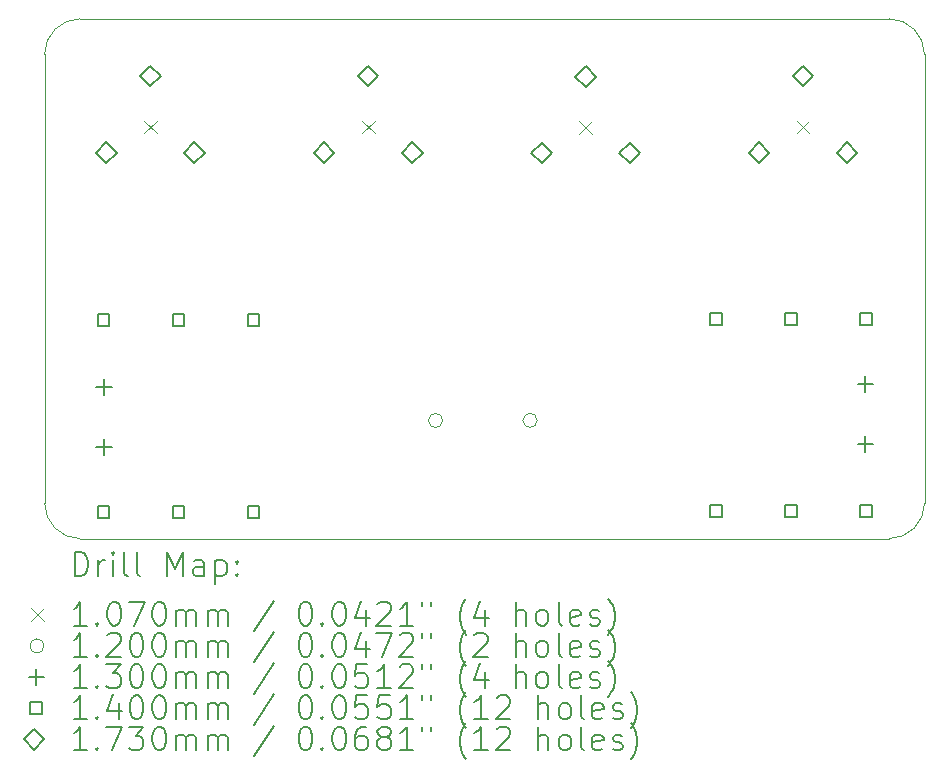
<source format=gbr>
%TF.GenerationSoftware,KiCad,Pcbnew,7.0.7*%
%TF.CreationDate,2024-05-07T13:52:26+01:00*%
%TF.ProjectId,QA403 Impedance Fixture,51413430-3320-4496-9d70-6564616e6365,rev?*%
%TF.SameCoordinates,Original*%
%TF.FileFunction,Drillmap*%
%TF.FilePolarity,Positive*%
%FSLAX45Y45*%
G04 Gerber Fmt 4.5, Leading zero omitted, Abs format (unit mm)*
G04 Created by KiCad (PCBNEW 7.0.7) date 2024-05-07 13:52:26*
%MOMM*%
%LPD*%
G01*
G04 APERTURE LIST*
%ADD10C,0.100000*%
%ADD11C,0.200000*%
%ADD12C,0.107000*%
%ADD13C,0.120000*%
%ADD14C,0.130000*%
%ADD15C,0.140000*%
%ADD16C,0.173000*%
G04 APERTURE END LIST*
D10*
X7850000Y-2500000D02*
G75*
G03*
X7550000Y-2800000I0J-300000D01*
G01*
X15000000Y-2800000D02*
G75*
G03*
X14700000Y-2500000I-300000J0D01*
G01*
X7550000Y-6600000D02*
X7550000Y-2800000D01*
X7850000Y-2500000D02*
X14700000Y-2500000D01*
X15000000Y-2800000D02*
X15000000Y-6600000D01*
X14700000Y-6900000D02*
X7850000Y-6900000D01*
X7550000Y-6600000D02*
G75*
G03*
X7850000Y-6900000I300000J0D01*
G01*
X14700000Y-6900000D02*
G75*
G03*
X15000000Y-6600000I0J300000D01*
G01*
D11*
D12*
X8392000Y-3363000D02*
X8499000Y-3470000D01*
X8499000Y-3363000D02*
X8392000Y-3470000D01*
X10236579Y-3363000D02*
X10343579Y-3470000D01*
X10343579Y-3363000D02*
X10236579Y-3470000D01*
X12076540Y-3367500D02*
X12183540Y-3474500D01*
X12183540Y-3367500D02*
X12076540Y-3474500D01*
X13916500Y-3363000D02*
X14023500Y-3470000D01*
X14023500Y-3363000D02*
X13916500Y-3470000D01*
D13*
X10920000Y-5900000D02*
G75*
G03*
X10920000Y-5900000I-60000J0D01*
G01*
X11720000Y-5900000D02*
G75*
G03*
X11720000Y-5900000I-60000J0D01*
G01*
D14*
X8051900Y-5551800D02*
X8051900Y-5681800D01*
X7986900Y-5616800D02*
X8116900Y-5616800D01*
X8051900Y-6059800D02*
X8051900Y-6189800D01*
X7986900Y-6124800D02*
X8116900Y-6124800D01*
X14500000Y-5527000D02*
X14500000Y-5657000D01*
X14435000Y-5592000D02*
X14565000Y-5592000D01*
X14500000Y-6035000D02*
X14500000Y-6165000D01*
X14435000Y-6100000D02*
X14565000Y-6100000D01*
D15*
X8097998Y-5099498D02*
X8097998Y-5000502D01*
X7999002Y-5000502D01*
X7999002Y-5099498D01*
X8097998Y-5099498D01*
X8097998Y-6722498D02*
X8097998Y-6623502D01*
X7999002Y-6623502D01*
X7999002Y-6722498D01*
X8097998Y-6722498D01*
X8732998Y-5099498D02*
X8732998Y-5000502D01*
X8634002Y-5000502D01*
X8634002Y-5099498D01*
X8732998Y-5099498D01*
X8732998Y-6722498D02*
X8732998Y-6623502D01*
X8634002Y-6623502D01*
X8634002Y-6722498D01*
X8732998Y-6722498D01*
X9367998Y-5099498D02*
X9367998Y-5000502D01*
X9269002Y-5000502D01*
X9269002Y-5099498D01*
X9367998Y-5099498D01*
X9367998Y-6722498D02*
X9367998Y-6623502D01*
X9269002Y-6623502D01*
X9269002Y-6722498D01*
X9367998Y-6722498D01*
X13282898Y-5093298D02*
X13282898Y-4994302D01*
X13183902Y-4994302D01*
X13183902Y-5093298D01*
X13282898Y-5093298D01*
X13282898Y-6716298D02*
X13282898Y-6617302D01*
X13183902Y-6617302D01*
X13183902Y-6716298D01*
X13282898Y-6716298D01*
X13917898Y-5093298D02*
X13917898Y-4994302D01*
X13818902Y-4994302D01*
X13818902Y-5093298D01*
X13917898Y-5093298D01*
X13917898Y-6716298D02*
X13917898Y-6617302D01*
X13818902Y-6617302D01*
X13818902Y-6716298D01*
X13917898Y-6716298D01*
X14552898Y-5093298D02*
X14552898Y-4994302D01*
X14453902Y-4994302D01*
X14453902Y-5093298D01*
X14552898Y-5093298D01*
X14552898Y-6716298D02*
X14552898Y-6617302D01*
X14453902Y-6617302D01*
X14453902Y-6716298D01*
X14552898Y-6716298D01*
D16*
X8072500Y-3719000D02*
X8159000Y-3632500D01*
X8072500Y-3546000D01*
X7986000Y-3632500D01*
X8072500Y-3719000D01*
X8445500Y-3071000D02*
X8532000Y-2984500D01*
X8445500Y-2898000D01*
X8359000Y-2984500D01*
X8445500Y-3071000D01*
X8818500Y-3719000D02*
X8905000Y-3632500D01*
X8818500Y-3546000D01*
X8732000Y-3632500D01*
X8818500Y-3719000D01*
X9917079Y-3719000D02*
X10003579Y-3632500D01*
X9917079Y-3546000D01*
X9830579Y-3632500D01*
X9917079Y-3719000D01*
X10290079Y-3071000D02*
X10376579Y-2984500D01*
X10290079Y-2898000D01*
X10203579Y-2984500D01*
X10290079Y-3071000D01*
X10663079Y-3719000D02*
X10749579Y-3632500D01*
X10663079Y-3546000D01*
X10576579Y-3632500D01*
X10663079Y-3719000D01*
X11757040Y-3723500D02*
X11843540Y-3637000D01*
X11757040Y-3550500D01*
X11670540Y-3637000D01*
X11757040Y-3723500D01*
X12130040Y-3075500D02*
X12216540Y-2989000D01*
X12130040Y-2902500D01*
X12043540Y-2989000D01*
X12130040Y-3075500D01*
X12503040Y-3723500D02*
X12589540Y-3637000D01*
X12503040Y-3550500D01*
X12416540Y-3637000D01*
X12503040Y-3723500D01*
X13597000Y-3719000D02*
X13683500Y-3632500D01*
X13597000Y-3546000D01*
X13510500Y-3632500D01*
X13597000Y-3719000D01*
X13970000Y-3071000D02*
X14056500Y-2984500D01*
X13970000Y-2898000D01*
X13883500Y-2984500D01*
X13970000Y-3071000D01*
X14343000Y-3719000D02*
X14429500Y-3632500D01*
X14343000Y-3546000D01*
X14256500Y-3632500D01*
X14343000Y-3719000D01*
D11*
X7805777Y-7216484D02*
X7805777Y-7016484D01*
X7805777Y-7016484D02*
X7853396Y-7016484D01*
X7853396Y-7016484D02*
X7881967Y-7026008D01*
X7881967Y-7026008D02*
X7901015Y-7045055D01*
X7901015Y-7045055D02*
X7910539Y-7064103D01*
X7910539Y-7064103D02*
X7920062Y-7102198D01*
X7920062Y-7102198D02*
X7920062Y-7130769D01*
X7920062Y-7130769D02*
X7910539Y-7168865D01*
X7910539Y-7168865D02*
X7901015Y-7187912D01*
X7901015Y-7187912D02*
X7881967Y-7206960D01*
X7881967Y-7206960D02*
X7853396Y-7216484D01*
X7853396Y-7216484D02*
X7805777Y-7216484D01*
X8005777Y-7216484D02*
X8005777Y-7083150D01*
X8005777Y-7121246D02*
X8015301Y-7102198D01*
X8015301Y-7102198D02*
X8024824Y-7092674D01*
X8024824Y-7092674D02*
X8043872Y-7083150D01*
X8043872Y-7083150D02*
X8062920Y-7083150D01*
X8129586Y-7216484D02*
X8129586Y-7083150D01*
X8129586Y-7016484D02*
X8120062Y-7026008D01*
X8120062Y-7026008D02*
X8129586Y-7035531D01*
X8129586Y-7035531D02*
X8139110Y-7026008D01*
X8139110Y-7026008D02*
X8129586Y-7016484D01*
X8129586Y-7016484D02*
X8129586Y-7035531D01*
X8253396Y-7216484D02*
X8234348Y-7206960D01*
X8234348Y-7206960D02*
X8224824Y-7187912D01*
X8224824Y-7187912D02*
X8224824Y-7016484D01*
X8358158Y-7216484D02*
X8339110Y-7206960D01*
X8339110Y-7206960D02*
X8329586Y-7187912D01*
X8329586Y-7187912D02*
X8329586Y-7016484D01*
X8586729Y-7216484D02*
X8586729Y-7016484D01*
X8586729Y-7016484D02*
X8653396Y-7159341D01*
X8653396Y-7159341D02*
X8720063Y-7016484D01*
X8720063Y-7016484D02*
X8720063Y-7216484D01*
X8901015Y-7216484D02*
X8901015Y-7111722D01*
X8901015Y-7111722D02*
X8891491Y-7092674D01*
X8891491Y-7092674D02*
X8872444Y-7083150D01*
X8872444Y-7083150D02*
X8834348Y-7083150D01*
X8834348Y-7083150D02*
X8815301Y-7092674D01*
X8901015Y-7206960D02*
X8881967Y-7216484D01*
X8881967Y-7216484D02*
X8834348Y-7216484D01*
X8834348Y-7216484D02*
X8815301Y-7206960D01*
X8815301Y-7206960D02*
X8805777Y-7187912D01*
X8805777Y-7187912D02*
X8805777Y-7168865D01*
X8805777Y-7168865D02*
X8815301Y-7149817D01*
X8815301Y-7149817D02*
X8834348Y-7140293D01*
X8834348Y-7140293D02*
X8881967Y-7140293D01*
X8881967Y-7140293D02*
X8901015Y-7130769D01*
X8996253Y-7083150D02*
X8996253Y-7283150D01*
X8996253Y-7092674D02*
X9015301Y-7083150D01*
X9015301Y-7083150D02*
X9053396Y-7083150D01*
X9053396Y-7083150D02*
X9072444Y-7092674D01*
X9072444Y-7092674D02*
X9081967Y-7102198D01*
X9081967Y-7102198D02*
X9091491Y-7121246D01*
X9091491Y-7121246D02*
X9091491Y-7178388D01*
X9091491Y-7178388D02*
X9081967Y-7197436D01*
X9081967Y-7197436D02*
X9072444Y-7206960D01*
X9072444Y-7206960D02*
X9053396Y-7216484D01*
X9053396Y-7216484D02*
X9015301Y-7216484D01*
X9015301Y-7216484D02*
X8996253Y-7206960D01*
X9177205Y-7197436D02*
X9186729Y-7206960D01*
X9186729Y-7206960D02*
X9177205Y-7216484D01*
X9177205Y-7216484D02*
X9167682Y-7206960D01*
X9167682Y-7206960D02*
X9177205Y-7197436D01*
X9177205Y-7197436D02*
X9177205Y-7216484D01*
X9177205Y-7092674D02*
X9186729Y-7102198D01*
X9186729Y-7102198D02*
X9177205Y-7111722D01*
X9177205Y-7111722D02*
X9167682Y-7102198D01*
X9167682Y-7102198D02*
X9177205Y-7092674D01*
X9177205Y-7092674D02*
X9177205Y-7111722D01*
D12*
X7438000Y-7491500D02*
X7545000Y-7598500D01*
X7545000Y-7491500D02*
X7438000Y-7598500D01*
D11*
X7910539Y-7636484D02*
X7796253Y-7636484D01*
X7853396Y-7636484D02*
X7853396Y-7436484D01*
X7853396Y-7436484D02*
X7834348Y-7465055D01*
X7834348Y-7465055D02*
X7815301Y-7484103D01*
X7815301Y-7484103D02*
X7796253Y-7493627D01*
X7996253Y-7617436D02*
X8005777Y-7626960D01*
X8005777Y-7626960D02*
X7996253Y-7636484D01*
X7996253Y-7636484D02*
X7986729Y-7626960D01*
X7986729Y-7626960D02*
X7996253Y-7617436D01*
X7996253Y-7617436D02*
X7996253Y-7636484D01*
X8129586Y-7436484D02*
X8148634Y-7436484D01*
X8148634Y-7436484D02*
X8167682Y-7446008D01*
X8167682Y-7446008D02*
X8177205Y-7455531D01*
X8177205Y-7455531D02*
X8186729Y-7474579D01*
X8186729Y-7474579D02*
X8196253Y-7512674D01*
X8196253Y-7512674D02*
X8196253Y-7560293D01*
X8196253Y-7560293D02*
X8186729Y-7598388D01*
X8186729Y-7598388D02*
X8177205Y-7617436D01*
X8177205Y-7617436D02*
X8167682Y-7626960D01*
X8167682Y-7626960D02*
X8148634Y-7636484D01*
X8148634Y-7636484D02*
X8129586Y-7636484D01*
X8129586Y-7636484D02*
X8110539Y-7626960D01*
X8110539Y-7626960D02*
X8101015Y-7617436D01*
X8101015Y-7617436D02*
X8091491Y-7598388D01*
X8091491Y-7598388D02*
X8081967Y-7560293D01*
X8081967Y-7560293D02*
X8081967Y-7512674D01*
X8081967Y-7512674D02*
X8091491Y-7474579D01*
X8091491Y-7474579D02*
X8101015Y-7455531D01*
X8101015Y-7455531D02*
X8110539Y-7446008D01*
X8110539Y-7446008D02*
X8129586Y-7436484D01*
X8262920Y-7436484D02*
X8396253Y-7436484D01*
X8396253Y-7436484D02*
X8310539Y-7636484D01*
X8510539Y-7436484D02*
X8529586Y-7436484D01*
X8529586Y-7436484D02*
X8548634Y-7446008D01*
X8548634Y-7446008D02*
X8558158Y-7455531D01*
X8558158Y-7455531D02*
X8567682Y-7474579D01*
X8567682Y-7474579D02*
X8577205Y-7512674D01*
X8577205Y-7512674D02*
X8577205Y-7560293D01*
X8577205Y-7560293D02*
X8567682Y-7598388D01*
X8567682Y-7598388D02*
X8558158Y-7617436D01*
X8558158Y-7617436D02*
X8548634Y-7626960D01*
X8548634Y-7626960D02*
X8529586Y-7636484D01*
X8529586Y-7636484D02*
X8510539Y-7636484D01*
X8510539Y-7636484D02*
X8491491Y-7626960D01*
X8491491Y-7626960D02*
X8481967Y-7617436D01*
X8481967Y-7617436D02*
X8472444Y-7598388D01*
X8472444Y-7598388D02*
X8462920Y-7560293D01*
X8462920Y-7560293D02*
X8462920Y-7512674D01*
X8462920Y-7512674D02*
X8472444Y-7474579D01*
X8472444Y-7474579D02*
X8481967Y-7455531D01*
X8481967Y-7455531D02*
X8491491Y-7446008D01*
X8491491Y-7446008D02*
X8510539Y-7436484D01*
X8662920Y-7636484D02*
X8662920Y-7503150D01*
X8662920Y-7522198D02*
X8672444Y-7512674D01*
X8672444Y-7512674D02*
X8691491Y-7503150D01*
X8691491Y-7503150D02*
X8720063Y-7503150D01*
X8720063Y-7503150D02*
X8739110Y-7512674D01*
X8739110Y-7512674D02*
X8748634Y-7531722D01*
X8748634Y-7531722D02*
X8748634Y-7636484D01*
X8748634Y-7531722D02*
X8758158Y-7512674D01*
X8758158Y-7512674D02*
X8777205Y-7503150D01*
X8777205Y-7503150D02*
X8805777Y-7503150D01*
X8805777Y-7503150D02*
X8824825Y-7512674D01*
X8824825Y-7512674D02*
X8834348Y-7531722D01*
X8834348Y-7531722D02*
X8834348Y-7636484D01*
X8929586Y-7636484D02*
X8929586Y-7503150D01*
X8929586Y-7522198D02*
X8939110Y-7512674D01*
X8939110Y-7512674D02*
X8958158Y-7503150D01*
X8958158Y-7503150D02*
X8986729Y-7503150D01*
X8986729Y-7503150D02*
X9005777Y-7512674D01*
X9005777Y-7512674D02*
X9015301Y-7531722D01*
X9015301Y-7531722D02*
X9015301Y-7636484D01*
X9015301Y-7531722D02*
X9024825Y-7512674D01*
X9024825Y-7512674D02*
X9043872Y-7503150D01*
X9043872Y-7503150D02*
X9072444Y-7503150D01*
X9072444Y-7503150D02*
X9091491Y-7512674D01*
X9091491Y-7512674D02*
X9101015Y-7531722D01*
X9101015Y-7531722D02*
X9101015Y-7636484D01*
X9491491Y-7426960D02*
X9320063Y-7684103D01*
X9748634Y-7436484D02*
X9767682Y-7436484D01*
X9767682Y-7436484D02*
X9786729Y-7446008D01*
X9786729Y-7446008D02*
X9796253Y-7455531D01*
X9796253Y-7455531D02*
X9805777Y-7474579D01*
X9805777Y-7474579D02*
X9815301Y-7512674D01*
X9815301Y-7512674D02*
X9815301Y-7560293D01*
X9815301Y-7560293D02*
X9805777Y-7598388D01*
X9805777Y-7598388D02*
X9796253Y-7617436D01*
X9796253Y-7617436D02*
X9786729Y-7626960D01*
X9786729Y-7626960D02*
X9767682Y-7636484D01*
X9767682Y-7636484D02*
X9748634Y-7636484D01*
X9748634Y-7636484D02*
X9729587Y-7626960D01*
X9729587Y-7626960D02*
X9720063Y-7617436D01*
X9720063Y-7617436D02*
X9710539Y-7598388D01*
X9710539Y-7598388D02*
X9701015Y-7560293D01*
X9701015Y-7560293D02*
X9701015Y-7512674D01*
X9701015Y-7512674D02*
X9710539Y-7474579D01*
X9710539Y-7474579D02*
X9720063Y-7455531D01*
X9720063Y-7455531D02*
X9729587Y-7446008D01*
X9729587Y-7446008D02*
X9748634Y-7436484D01*
X9901015Y-7617436D02*
X9910539Y-7626960D01*
X9910539Y-7626960D02*
X9901015Y-7636484D01*
X9901015Y-7636484D02*
X9891491Y-7626960D01*
X9891491Y-7626960D02*
X9901015Y-7617436D01*
X9901015Y-7617436D02*
X9901015Y-7636484D01*
X10034348Y-7436484D02*
X10053396Y-7436484D01*
X10053396Y-7436484D02*
X10072444Y-7446008D01*
X10072444Y-7446008D02*
X10081968Y-7455531D01*
X10081968Y-7455531D02*
X10091491Y-7474579D01*
X10091491Y-7474579D02*
X10101015Y-7512674D01*
X10101015Y-7512674D02*
X10101015Y-7560293D01*
X10101015Y-7560293D02*
X10091491Y-7598388D01*
X10091491Y-7598388D02*
X10081968Y-7617436D01*
X10081968Y-7617436D02*
X10072444Y-7626960D01*
X10072444Y-7626960D02*
X10053396Y-7636484D01*
X10053396Y-7636484D02*
X10034348Y-7636484D01*
X10034348Y-7636484D02*
X10015301Y-7626960D01*
X10015301Y-7626960D02*
X10005777Y-7617436D01*
X10005777Y-7617436D02*
X9996253Y-7598388D01*
X9996253Y-7598388D02*
X9986729Y-7560293D01*
X9986729Y-7560293D02*
X9986729Y-7512674D01*
X9986729Y-7512674D02*
X9996253Y-7474579D01*
X9996253Y-7474579D02*
X10005777Y-7455531D01*
X10005777Y-7455531D02*
X10015301Y-7446008D01*
X10015301Y-7446008D02*
X10034348Y-7436484D01*
X10272444Y-7503150D02*
X10272444Y-7636484D01*
X10224825Y-7426960D02*
X10177206Y-7569817D01*
X10177206Y-7569817D02*
X10301015Y-7569817D01*
X10367682Y-7455531D02*
X10377206Y-7446008D01*
X10377206Y-7446008D02*
X10396253Y-7436484D01*
X10396253Y-7436484D02*
X10443872Y-7436484D01*
X10443872Y-7436484D02*
X10462920Y-7446008D01*
X10462920Y-7446008D02*
X10472444Y-7455531D01*
X10472444Y-7455531D02*
X10481968Y-7474579D01*
X10481968Y-7474579D02*
X10481968Y-7493627D01*
X10481968Y-7493627D02*
X10472444Y-7522198D01*
X10472444Y-7522198D02*
X10358158Y-7636484D01*
X10358158Y-7636484D02*
X10481968Y-7636484D01*
X10672444Y-7636484D02*
X10558158Y-7636484D01*
X10615301Y-7636484D02*
X10615301Y-7436484D01*
X10615301Y-7436484D02*
X10596253Y-7465055D01*
X10596253Y-7465055D02*
X10577206Y-7484103D01*
X10577206Y-7484103D02*
X10558158Y-7493627D01*
X10748634Y-7436484D02*
X10748634Y-7474579D01*
X10824825Y-7436484D02*
X10824825Y-7474579D01*
X11120063Y-7712674D02*
X11110539Y-7703150D01*
X11110539Y-7703150D02*
X11091491Y-7674579D01*
X11091491Y-7674579D02*
X11081968Y-7655531D01*
X11081968Y-7655531D02*
X11072444Y-7626960D01*
X11072444Y-7626960D02*
X11062920Y-7579341D01*
X11062920Y-7579341D02*
X11062920Y-7541246D01*
X11062920Y-7541246D02*
X11072444Y-7493627D01*
X11072444Y-7493627D02*
X11081968Y-7465055D01*
X11081968Y-7465055D02*
X11091491Y-7446008D01*
X11091491Y-7446008D02*
X11110539Y-7417436D01*
X11110539Y-7417436D02*
X11120063Y-7407912D01*
X11281968Y-7503150D02*
X11281968Y-7636484D01*
X11234348Y-7426960D02*
X11186729Y-7569817D01*
X11186729Y-7569817D02*
X11310539Y-7569817D01*
X11539110Y-7636484D02*
X11539110Y-7436484D01*
X11624825Y-7636484D02*
X11624825Y-7531722D01*
X11624825Y-7531722D02*
X11615301Y-7512674D01*
X11615301Y-7512674D02*
X11596253Y-7503150D01*
X11596253Y-7503150D02*
X11567682Y-7503150D01*
X11567682Y-7503150D02*
X11548634Y-7512674D01*
X11548634Y-7512674D02*
X11539110Y-7522198D01*
X11748634Y-7636484D02*
X11729587Y-7626960D01*
X11729587Y-7626960D02*
X11720063Y-7617436D01*
X11720063Y-7617436D02*
X11710539Y-7598388D01*
X11710539Y-7598388D02*
X11710539Y-7541246D01*
X11710539Y-7541246D02*
X11720063Y-7522198D01*
X11720063Y-7522198D02*
X11729587Y-7512674D01*
X11729587Y-7512674D02*
X11748634Y-7503150D01*
X11748634Y-7503150D02*
X11777206Y-7503150D01*
X11777206Y-7503150D02*
X11796253Y-7512674D01*
X11796253Y-7512674D02*
X11805777Y-7522198D01*
X11805777Y-7522198D02*
X11815301Y-7541246D01*
X11815301Y-7541246D02*
X11815301Y-7598388D01*
X11815301Y-7598388D02*
X11805777Y-7617436D01*
X11805777Y-7617436D02*
X11796253Y-7626960D01*
X11796253Y-7626960D02*
X11777206Y-7636484D01*
X11777206Y-7636484D02*
X11748634Y-7636484D01*
X11929587Y-7636484D02*
X11910539Y-7626960D01*
X11910539Y-7626960D02*
X11901015Y-7607912D01*
X11901015Y-7607912D02*
X11901015Y-7436484D01*
X12081968Y-7626960D02*
X12062920Y-7636484D01*
X12062920Y-7636484D02*
X12024825Y-7636484D01*
X12024825Y-7636484D02*
X12005777Y-7626960D01*
X12005777Y-7626960D02*
X11996253Y-7607912D01*
X11996253Y-7607912D02*
X11996253Y-7531722D01*
X11996253Y-7531722D02*
X12005777Y-7512674D01*
X12005777Y-7512674D02*
X12024825Y-7503150D01*
X12024825Y-7503150D02*
X12062920Y-7503150D01*
X12062920Y-7503150D02*
X12081968Y-7512674D01*
X12081968Y-7512674D02*
X12091491Y-7531722D01*
X12091491Y-7531722D02*
X12091491Y-7550769D01*
X12091491Y-7550769D02*
X11996253Y-7569817D01*
X12167682Y-7626960D02*
X12186730Y-7636484D01*
X12186730Y-7636484D02*
X12224825Y-7636484D01*
X12224825Y-7636484D02*
X12243872Y-7626960D01*
X12243872Y-7626960D02*
X12253396Y-7607912D01*
X12253396Y-7607912D02*
X12253396Y-7598388D01*
X12253396Y-7598388D02*
X12243872Y-7579341D01*
X12243872Y-7579341D02*
X12224825Y-7569817D01*
X12224825Y-7569817D02*
X12196253Y-7569817D01*
X12196253Y-7569817D02*
X12177206Y-7560293D01*
X12177206Y-7560293D02*
X12167682Y-7541246D01*
X12167682Y-7541246D02*
X12167682Y-7531722D01*
X12167682Y-7531722D02*
X12177206Y-7512674D01*
X12177206Y-7512674D02*
X12196253Y-7503150D01*
X12196253Y-7503150D02*
X12224825Y-7503150D01*
X12224825Y-7503150D02*
X12243872Y-7512674D01*
X12320063Y-7712674D02*
X12329587Y-7703150D01*
X12329587Y-7703150D02*
X12348634Y-7674579D01*
X12348634Y-7674579D02*
X12358158Y-7655531D01*
X12358158Y-7655531D02*
X12367682Y-7626960D01*
X12367682Y-7626960D02*
X12377206Y-7579341D01*
X12377206Y-7579341D02*
X12377206Y-7541246D01*
X12377206Y-7541246D02*
X12367682Y-7493627D01*
X12367682Y-7493627D02*
X12358158Y-7465055D01*
X12358158Y-7465055D02*
X12348634Y-7446008D01*
X12348634Y-7446008D02*
X12329587Y-7417436D01*
X12329587Y-7417436D02*
X12320063Y-7407912D01*
D13*
X7545000Y-7809000D02*
G75*
G03*
X7545000Y-7809000I-60000J0D01*
G01*
D11*
X7910539Y-7900484D02*
X7796253Y-7900484D01*
X7853396Y-7900484D02*
X7853396Y-7700484D01*
X7853396Y-7700484D02*
X7834348Y-7729055D01*
X7834348Y-7729055D02*
X7815301Y-7748103D01*
X7815301Y-7748103D02*
X7796253Y-7757627D01*
X7996253Y-7881436D02*
X8005777Y-7890960D01*
X8005777Y-7890960D02*
X7996253Y-7900484D01*
X7996253Y-7900484D02*
X7986729Y-7890960D01*
X7986729Y-7890960D02*
X7996253Y-7881436D01*
X7996253Y-7881436D02*
X7996253Y-7900484D01*
X8081967Y-7719531D02*
X8091491Y-7710008D01*
X8091491Y-7710008D02*
X8110539Y-7700484D01*
X8110539Y-7700484D02*
X8158158Y-7700484D01*
X8158158Y-7700484D02*
X8177205Y-7710008D01*
X8177205Y-7710008D02*
X8186729Y-7719531D01*
X8186729Y-7719531D02*
X8196253Y-7738579D01*
X8196253Y-7738579D02*
X8196253Y-7757627D01*
X8196253Y-7757627D02*
X8186729Y-7786198D01*
X8186729Y-7786198D02*
X8072443Y-7900484D01*
X8072443Y-7900484D02*
X8196253Y-7900484D01*
X8320062Y-7700484D02*
X8339110Y-7700484D01*
X8339110Y-7700484D02*
X8358158Y-7710008D01*
X8358158Y-7710008D02*
X8367682Y-7719531D01*
X8367682Y-7719531D02*
X8377205Y-7738579D01*
X8377205Y-7738579D02*
X8386729Y-7776674D01*
X8386729Y-7776674D02*
X8386729Y-7824293D01*
X8386729Y-7824293D02*
X8377205Y-7862388D01*
X8377205Y-7862388D02*
X8367682Y-7881436D01*
X8367682Y-7881436D02*
X8358158Y-7890960D01*
X8358158Y-7890960D02*
X8339110Y-7900484D01*
X8339110Y-7900484D02*
X8320062Y-7900484D01*
X8320062Y-7900484D02*
X8301015Y-7890960D01*
X8301015Y-7890960D02*
X8291491Y-7881436D01*
X8291491Y-7881436D02*
X8281967Y-7862388D01*
X8281967Y-7862388D02*
X8272443Y-7824293D01*
X8272443Y-7824293D02*
X8272443Y-7776674D01*
X8272443Y-7776674D02*
X8281967Y-7738579D01*
X8281967Y-7738579D02*
X8291491Y-7719531D01*
X8291491Y-7719531D02*
X8301015Y-7710008D01*
X8301015Y-7710008D02*
X8320062Y-7700484D01*
X8510539Y-7700484D02*
X8529586Y-7700484D01*
X8529586Y-7700484D02*
X8548634Y-7710008D01*
X8548634Y-7710008D02*
X8558158Y-7719531D01*
X8558158Y-7719531D02*
X8567682Y-7738579D01*
X8567682Y-7738579D02*
X8577205Y-7776674D01*
X8577205Y-7776674D02*
X8577205Y-7824293D01*
X8577205Y-7824293D02*
X8567682Y-7862388D01*
X8567682Y-7862388D02*
X8558158Y-7881436D01*
X8558158Y-7881436D02*
X8548634Y-7890960D01*
X8548634Y-7890960D02*
X8529586Y-7900484D01*
X8529586Y-7900484D02*
X8510539Y-7900484D01*
X8510539Y-7900484D02*
X8491491Y-7890960D01*
X8491491Y-7890960D02*
X8481967Y-7881436D01*
X8481967Y-7881436D02*
X8472444Y-7862388D01*
X8472444Y-7862388D02*
X8462920Y-7824293D01*
X8462920Y-7824293D02*
X8462920Y-7776674D01*
X8462920Y-7776674D02*
X8472444Y-7738579D01*
X8472444Y-7738579D02*
X8481967Y-7719531D01*
X8481967Y-7719531D02*
X8491491Y-7710008D01*
X8491491Y-7710008D02*
X8510539Y-7700484D01*
X8662920Y-7900484D02*
X8662920Y-7767150D01*
X8662920Y-7786198D02*
X8672444Y-7776674D01*
X8672444Y-7776674D02*
X8691491Y-7767150D01*
X8691491Y-7767150D02*
X8720063Y-7767150D01*
X8720063Y-7767150D02*
X8739110Y-7776674D01*
X8739110Y-7776674D02*
X8748634Y-7795722D01*
X8748634Y-7795722D02*
X8748634Y-7900484D01*
X8748634Y-7795722D02*
X8758158Y-7776674D01*
X8758158Y-7776674D02*
X8777205Y-7767150D01*
X8777205Y-7767150D02*
X8805777Y-7767150D01*
X8805777Y-7767150D02*
X8824825Y-7776674D01*
X8824825Y-7776674D02*
X8834348Y-7795722D01*
X8834348Y-7795722D02*
X8834348Y-7900484D01*
X8929586Y-7900484D02*
X8929586Y-7767150D01*
X8929586Y-7786198D02*
X8939110Y-7776674D01*
X8939110Y-7776674D02*
X8958158Y-7767150D01*
X8958158Y-7767150D02*
X8986729Y-7767150D01*
X8986729Y-7767150D02*
X9005777Y-7776674D01*
X9005777Y-7776674D02*
X9015301Y-7795722D01*
X9015301Y-7795722D02*
X9015301Y-7900484D01*
X9015301Y-7795722D02*
X9024825Y-7776674D01*
X9024825Y-7776674D02*
X9043872Y-7767150D01*
X9043872Y-7767150D02*
X9072444Y-7767150D01*
X9072444Y-7767150D02*
X9091491Y-7776674D01*
X9091491Y-7776674D02*
X9101015Y-7795722D01*
X9101015Y-7795722D02*
X9101015Y-7900484D01*
X9491491Y-7690960D02*
X9320063Y-7948103D01*
X9748634Y-7700484D02*
X9767682Y-7700484D01*
X9767682Y-7700484D02*
X9786729Y-7710008D01*
X9786729Y-7710008D02*
X9796253Y-7719531D01*
X9796253Y-7719531D02*
X9805777Y-7738579D01*
X9805777Y-7738579D02*
X9815301Y-7776674D01*
X9815301Y-7776674D02*
X9815301Y-7824293D01*
X9815301Y-7824293D02*
X9805777Y-7862388D01*
X9805777Y-7862388D02*
X9796253Y-7881436D01*
X9796253Y-7881436D02*
X9786729Y-7890960D01*
X9786729Y-7890960D02*
X9767682Y-7900484D01*
X9767682Y-7900484D02*
X9748634Y-7900484D01*
X9748634Y-7900484D02*
X9729587Y-7890960D01*
X9729587Y-7890960D02*
X9720063Y-7881436D01*
X9720063Y-7881436D02*
X9710539Y-7862388D01*
X9710539Y-7862388D02*
X9701015Y-7824293D01*
X9701015Y-7824293D02*
X9701015Y-7776674D01*
X9701015Y-7776674D02*
X9710539Y-7738579D01*
X9710539Y-7738579D02*
X9720063Y-7719531D01*
X9720063Y-7719531D02*
X9729587Y-7710008D01*
X9729587Y-7710008D02*
X9748634Y-7700484D01*
X9901015Y-7881436D02*
X9910539Y-7890960D01*
X9910539Y-7890960D02*
X9901015Y-7900484D01*
X9901015Y-7900484D02*
X9891491Y-7890960D01*
X9891491Y-7890960D02*
X9901015Y-7881436D01*
X9901015Y-7881436D02*
X9901015Y-7900484D01*
X10034348Y-7700484D02*
X10053396Y-7700484D01*
X10053396Y-7700484D02*
X10072444Y-7710008D01*
X10072444Y-7710008D02*
X10081968Y-7719531D01*
X10081968Y-7719531D02*
X10091491Y-7738579D01*
X10091491Y-7738579D02*
X10101015Y-7776674D01*
X10101015Y-7776674D02*
X10101015Y-7824293D01*
X10101015Y-7824293D02*
X10091491Y-7862388D01*
X10091491Y-7862388D02*
X10081968Y-7881436D01*
X10081968Y-7881436D02*
X10072444Y-7890960D01*
X10072444Y-7890960D02*
X10053396Y-7900484D01*
X10053396Y-7900484D02*
X10034348Y-7900484D01*
X10034348Y-7900484D02*
X10015301Y-7890960D01*
X10015301Y-7890960D02*
X10005777Y-7881436D01*
X10005777Y-7881436D02*
X9996253Y-7862388D01*
X9996253Y-7862388D02*
X9986729Y-7824293D01*
X9986729Y-7824293D02*
X9986729Y-7776674D01*
X9986729Y-7776674D02*
X9996253Y-7738579D01*
X9996253Y-7738579D02*
X10005777Y-7719531D01*
X10005777Y-7719531D02*
X10015301Y-7710008D01*
X10015301Y-7710008D02*
X10034348Y-7700484D01*
X10272444Y-7767150D02*
X10272444Y-7900484D01*
X10224825Y-7690960D02*
X10177206Y-7833817D01*
X10177206Y-7833817D02*
X10301015Y-7833817D01*
X10358158Y-7700484D02*
X10491491Y-7700484D01*
X10491491Y-7700484D02*
X10405777Y-7900484D01*
X10558158Y-7719531D02*
X10567682Y-7710008D01*
X10567682Y-7710008D02*
X10586729Y-7700484D01*
X10586729Y-7700484D02*
X10634349Y-7700484D01*
X10634349Y-7700484D02*
X10653396Y-7710008D01*
X10653396Y-7710008D02*
X10662920Y-7719531D01*
X10662920Y-7719531D02*
X10672444Y-7738579D01*
X10672444Y-7738579D02*
X10672444Y-7757627D01*
X10672444Y-7757627D02*
X10662920Y-7786198D01*
X10662920Y-7786198D02*
X10548634Y-7900484D01*
X10548634Y-7900484D02*
X10672444Y-7900484D01*
X10748634Y-7700484D02*
X10748634Y-7738579D01*
X10824825Y-7700484D02*
X10824825Y-7738579D01*
X11120063Y-7976674D02*
X11110539Y-7967150D01*
X11110539Y-7967150D02*
X11091491Y-7938579D01*
X11091491Y-7938579D02*
X11081968Y-7919531D01*
X11081968Y-7919531D02*
X11072444Y-7890960D01*
X11072444Y-7890960D02*
X11062920Y-7843341D01*
X11062920Y-7843341D02*
X11062920Y-7805246D01*
X11062920Y-7805246D02*
X11072444Y-7757627D01*
X11072444Y-7757627D02*
X11081968Y-7729055D01*
X11081968Y-7729055D02*
X11091491Y-7710008D01*
X11091491Y-7710008D02*
X11110539Y-7681436D01*
X11110539Y-7681436D02*
X11120063Y-7671912D01*
X11186729Y-7719531D02*
X11196253Y-7710008D01*
X11196253Y-7710008D02*
X11215301Y-7700484D01*
X11215301Y-7700484D02*
X11262920Y-7700484D01*
X11262920Y-7700484D02*
X11281968Y-7710008D01*
X11281968Y-7710008D02*
X11291491Y-7719531D01*
X11291491Y-7719531D02*
X11301015Y-7738579D01*
X11301015Y-7738579D02*
X11301015Y-7757627D01*
X11301015Y-7757627D02*
X11291491Y-7786198D01*
X11291491Y-7786198D02*
X11177206Y-7900484D01*
X11177206Y-7900484D02*
X11301015Y-7900484D01*
X11539110Y-7900484D02*
X11539110Y-7700484D01*
X11624825Y-7900484D02*
X11624825Y-7795722D01*
X11624825Y-7795722D02*
X11615301Y-7776674D01*
X11615301Y-7776674D02*
X11596253Y-7767150D01*
X11596253Y-7767150D02*
X11567682Y-7767150D01*
X11567682Y-7767150D02*
X11548634Y-7776674D01*
X11548634Y-7776674D02*
X11539110Y-7786198D01*
X11748634Y-7900484D02*
X11729587Y-7890960D01*
X11729587Y-7890960D02*
X11720063Y-7881436D01*
X11720063Y-7881436D02*
X11710539Y-7862388D01*
X11710539Y-7862388D02*
X11710539Y-7805246D01*
X11710539Y-7805246D02*
X11720063Y-7786198D01*
X11720063Y-7786198D02*
X11729587Y-7776674D01*
X11729587Y-7776674D02*
X11748634Y-7767150D01*
X11748634Y-7767150D02*
X11777206Y-7767150D01*
X11777206Y-7767150D02*
X11796253Y-7776674D01*
X11796253Y-7776674D02*
X11805777Y-7786198D01*
X11805777Y-7786198D02*
X11815301Y-7805246D01*
X11815301Y-7805246D02*
X11815301Y-7862388D01*
X11815301Y-7862388D02*
X11805777Y-7881436D01*
X11805777Y-7881436D02*
X11796253Y-7890960D01*
X11796253Y-7890960D02*
X11777206Y-7900484D01*
X11777206Y-7900484D02*
X11748634Y-7900484D01*
X11929587Y-7900484D02*
X11910539Y-7890960D01*
X11910539Y-7890960D02*
X11901015Y-7871912D01*
X11901015Y-7871912D02*
X11901015Y-7700484D01*
X12081968Y-7890960D02*
X12062920Y-7900484D01*
X12062920Y-7900484D02*
X12024825Y-7900484D01*
X12024825Y-7900484D02*
X12005777Y-7890960D01*
X12005777Y-7890960D02*
X11996253Y-7871912D01*
X11996253Y-7871912D02*
X11996253Y-7795722D01*
X11996253Y-7795722D02*
X12005777Y-7776674D01*
X12005777Y-7776674D02*
X12024825Y-7767150D01*
X12024825Y-7767150D02*
X12062920Y-7767150D01*
X12062920Y-7767150D02*
X12081968Y-7776674D01*
X12081968Y-7776674D02*
X12091491Y-7795722D01*
X12091491Y-7795722D02*
X12091491Y-7814769D01*
X12091491Y-7814769D02*
X11996253Y-7833817D01*
X12167682Y-7890960D02*
X12186730Y-7900484D01*
X12186730Y-7900484D02*
X12224825Y-7900484D01*
X12224825Y-7900484D02*
X12243872Y-7890960D01*
X12243872Y-7890960D02*
X12253396Y-7871912D01*
X12253396Y-7871912D02*
X12253396Y-7862388D01*
X12253396Y-7862388D02*
X12243872Y-7843341D01*
X12243872Y-7843341D02*
X12224825Y-7833817D01*
X12224825Y-7833817D02*
X12196253Y-7833817D01*
X12196253Y-7833817D02*
X12177206Y-7824293D01*
X12177206Y-7824293D02*
X12167682Y-7805246D01*
X12167682Y-7805246D02*
X12167682Y-7795722D01*
X12167682Y-7795722D02*
X12177206Y-7776674D01*
X12177206Y-7776674D02*
X12196253Y-7767150D01*
X12196253Y-7767150D02*
X12224825Y-7767150D01*
X12224825Y-7767150D02*
X12243872Y-7776674D01*
X12320063Y-7976674D02*
X12329587Y-7967150D01*
X12329587Y-7967150D02*
X12348634Y-7938579D01*
X12348634Y-7938579D02*
X12358158Y-7919531D01*
X12358158Y-7919531D02*
X12367682Y-7890960D01*
X12367682Y-7890960D02*
X12377206Y-7843341D01*
X12377206Y-7843341D02*
X12377206Y-7805246D01*
X12377206Y-7805246D02*
X12367682Y-7757627D01*
X12367682Y-7757627D02*
X12358158Y-7729055D01*
X12358158Y-7729055D02*
X12348634Y-7710008D01*
X12348634Y-7710008D02*
X12329587Y-7681436D01*
X12329587Y-7681436D02*
X12320063Y-7671912D01*
D14*
X7480000Y-8008000D02*
X7480000Y-8138000D01*
X7415000Y-8073000D02*
X7545000Y-8073000D01*
D11*
X7910539Y-8164484D02*
X7796253Y-8164484D01*
X7853396Y-8164484D02*
X7853396Y-7964484D01*
X7853396Y-7964484D02*
X7834348Y-7993055D01*
X7834348Y-7993055D02*
X7815301Y-8012103D01*
X7815301Y-8012103D02*
X7796253Y-8021627D01*
X7996253Y-8145436D02*
X8005777Y-8154960D01*
X8005777Y-8154960D02*
X7996253Y-8164484D01*
X7996253Y-8164484D02*
X7986729Y-8154960D01*
X7986729Y-8154960D02*
X7996253Y-8145436D01*
X7996253Y-8145436D02*
X7996253Y-8164484D01*
X8072443Y-7964484D02*
X8196253Y-7964484D01*
X8196253Y-7964484D02*
X8129586Y-8040674D01*
X8129586Y-8040674D02*
X8158158Y-8040674D01*
X8158158Y-8040674D02*
X8177205Y-8050198D01*
X8177205Y-8050198D02*
X8186729Y-8059722D01*
X8186729Y-8059722D02*
X8196253Y-8078769D01*
X8196253Y-8078769D02*
X8196253Y-8126388D01*
X8196253Y-8126388D02*
X8186729Y-8145436D01*
X8186729Y-8145436D02*
X8177205Y-8154960D01*
X8177205Y-8154960D02*
X8158158Y-8164484D01*
X8158158Y-8164484D02*
X8101015Y-8164484D01*
X8101015Y-8164484D02*
X8081967Y-8154960D01*
X8081967Y-8154960D02*
X8072443Y-8145436D01*
X8320062Y-7964484D02*
X8339110Y-7964484D01*
X8339110Y-7964484D02*
X8358158Y-7974008D01*
X8358158Y-7974008D02*
X8367682Y-7983531D01*
X8367682Y-7983531D02*
X8377205Y-8002579D01*
X8377205Y-8002579D02*
X8386729Y-8040674D01*
X8386729Y-8040674D02*
X8386729Y-8088293D01*
X8386729Y-8088293D02*
X8377205Y-8126388D01*
X8377205Y-8126388D02*
X8367682Y-8145436D01*
X8367682Y-8145436D02*
X8358158Y-8154960D01*
X8358158Y-8154960D02*
X8339110Y-8164484D01*
X8339110Y-8164484D02*
X8320062Y-8164484D01*
X8320062Y-8164484D02*
X8301015Y-8154960D01*
X8301015Y-8154960D02*
X8291491Y-8145436D01*
X8291491Y-8145436D02*
X8281967Y-8126388D01*
X8281967Y-8126388D02*
X8272443Y-8088293D01*
X8272443Y-8088293D02*
X8272443Y-8040674D01*
X8272443Y-8040674D02*
X8281967Y-8002579D01*
X8281967Y-8002579D02*
X8291491Y-7983531D01*
X8291491Y-7983531D02*
X8301015Y-7974008D01*
X8301015Y-7974008D02*
X8320062Y-7964484D01*
X8510539Y-7964484D02*
X8529586Y-7964484D01*
X8529586Y-7964484D02*
X8548634Y-7974008D01*
X8548634Y-7974008D02*
X8558158Y-7983531D01*
X8558158Y-7983531D02*
X8567682Y-8002579D01*
X8567682Y-8002579D02*
X8577205Y-8040674D01*
X8577205Y-8040674D02*
X8577205Y-8088293D01*
X8577205Y-8088293D02*
X8567682Y-8126388D01*
X8567682Y-8126388D02*
X8558158Y-8145436D01*
X8558158Y-8145436D02*
X8548634Y-8154960D01*
X8548634Y-8154960D02*
X8529586Y-8164484D01*
X8529586Y-8164484D02*
X8510539Y-8164484D01*
X8510539Y-8164484D02*
X8491491Y-8154960D01*
X8491491Y-8154960D02*
X8481967Y-8145436D01*
X8481967Y-8145436D02*
X8472444Y-8126388D01*
X8472444Y-8126388D02*
X8462920Y-8088293D01*
X8462920Y-8088293D02*
X8462920Y-8040674D01*
X8462920Y-8040674D02*
X8472444Y-8002579D01*
X8472444Y-8002579D02*
X8481967Y-7983531D01*
X8481967Y-7983531D02*
X8491491Y-7974008D01*
X8491491Y-7974008D02*
X8510539Y-7964484D01*
X8662920Y-8164484D02*
X8662920Y-8031150D01*
X8662920Y-8050198D02*
X8672444Y-8040674D01*
X8672444Y-8040674D02*
X8691491Y-8031150D01*
X8691491Y-8031150D02*
X8720063Y-8031150D01*
X8720063Y-8031150D02*
X8739110Y-8040674D01*
X8739110Y-8040674D02*
X8748634Y-8059722D01*
X8748634Y-8059722D02*
X8748634Y-8164484D01*
X8748634Y-8059722D02*
X8758158Y-8040674D01*
X8758158Y-8040674D02*
X8777205Y-8031150D01*
X8777205Y-8031150D02*
X8805777Y-8031150D01*
X8805777Y-8031150D02*
X8824825Y-8040674D01*
X8824825Y-8040674D02*
X8834348Y-8059722D01*
X8834348Y-8059722D02*
X8834348Y-8164484D01*
X8929586Y-8164484D02*
X8929586Y-8031150D01*
X8929586Y-8050198D02*
X8939110Y-8040674D01*
X8939110Y-8040674D02*
X8958158Y-8031150D01*
X8958158Y-8031150D02*
X8986729Y-8031150D01*
X8986729Y-8031150D02*
X9005777Y-8040674D01*
X9005777Y-8040674D02*
X9015301Y-8059722D01*
X9015301Y-8059722D02*
X9015301Y-8164484D01*
X9015301Y-8059722D02*
X9024825Y-8040674D01*
X9024825Y-8040674D02*
X9043872Y-8031150D01*
X9043872Y-8031150D02*
X9072444Y-8031150D01*
X9072444Y-8031150D02*
X9091491Y-8040674D01*
X9091491Y-8040674D02*
X9101015Y-8059722D01*
X9101015Y-8059722D02*
X9101015Y-8164484D01*
X9491491Y-7954960D02*
X9320063Y-8212103D01*
X9748634Y-7964484D02*
X9767682Y-7964484D01*
X9767682Y-7964484D02*
X9786729Y-7974008D01*
X9786729Y-7974008D02*
X9796253Y-7983531D01*
X9796253Y-7983531D02*
X9805777Y-8002579D01*
X9805777Y-8002579D02*
X9815301Y-8040674D01*
X9815301Y-8040674D02*
X9815301Y-8088293D01*
X9815301Y-8088293D02*
X9805777Y-8126388D01*
X9805777Y-8126388D02*
X9796253Y-8145436D01*
X9796253Y-8145436D02*
X9786729Y-8154960D01*
X9786729Y-8154960D02*
X9767682Y-8164484D01*
X9767682Y-8164484D02*
X9748634Y-8164484D01*
X9748634Y-8164484D02*
X9729587Y-8154960D01*
X9729587Y-8154960D02*
X9720063Y-8145436D01*
X9720063Y-8145436D02*
X9710539Y-8126388D01*
X9710539Y-8126388D02*
X9701015Y-8088293D01*
X9701015Y-8088293D02*
X9701015Y-8040674D01*
X9701015Y-8040674D02*
X9710539Y-8002579D01*
X9710539Y-8002579D02*
X9720063Y-7983531D01*
X9720063Y-7983531D02*
X9729587Y-7974008D01*
X9729587Y-7974008D02*
X9748634Y-7964484D01*
X9901015Y-8145436D02*
X9910539Y-8154960D01*
X9910539Y-8154960D02*
X9901015Y-8164484D01*
X9901015Y-8164484D02*
X9891491Y-8154960D01*
X9891491Y-8154960D02*
X9901015Y-8145436D01*
X9901015Y-8145436D02*
X9901015Y-8164484D01*
X10034348Y-7964484D02*
X10053396Y-7964484D01*
X10053396Y-7964484D02*
X10072444Y-7974008D01*
X10072444Y-7974008D02*
X10081968Y-7983531D01*
X10081968Y-7983531D02*
X10091491Y-8002579D01*
X10091491Y-8002579D02*
X10101015Y-8040674D01*
X10101015Y-8040674D02*
X10101015Y-8088293D01*
X10101015Y-8088293D02*
X10091491Y-8126388D01*
X10091491Y-8126388D02*
X10081968Y-8145436D01*
X10081968Y-8145436D02*
X10072444Y-8154960D01*
X10072444Y-8154960D02*
X10053396Y-8164484D01*
X10053396Y-8164484D02*
X10034348Y-8164484D01*
X10034348Y-8164484D02*
X10015301Y-8154960D01*
X10015301Y-8154960D02*
X10005777Y-8145436D01*
X10005777Y-8145436D02*
X9996253Y-8126388D01*
X9996253Y-8126388D02*
X9986729Y-8088293D01*
X9986729Y-8088293D02*
X9986729Y-8040674D01*
X9986729Y-8040674D02*
X9996253Y-8002579D01*
X9996253Y-8002579D02*
X10005777Y-7983531D01*
X10005777Y-7983531D02*
X10015301Y-7974008D01*
X10015301Y-7974008D02*
X10034348Y-7964484D01*
X10281968Y-7964484D02*
X10186729Y-7964484D01*
X10186729Y-7964484D02*
X10177206Y-8059722D01*
X10177206Y-8059722D02*
X10186729Y-8050198D01*
X10186729Y-8050198D02*
X10205777Y-8040674D01*
X10205777Y-8040674D02*
X10253396Y-8040674D01*
X10253396Y-8040674D02*
X10272444Y-8050198D01*
X10272444Y-8050198D02*
X10281968Y-8059722D01*
X10281968Y-8059722D02*
X10291491Y-8078769D01*
X10291491Y-8078769D02*
X10291491Y-8126388D01*
X10291491Y-8126388D02*
X10281968Y-8145436D01*
X10281968Y-8145436D02*
X10272444Y-8154960D01*
X10272444Y-8154960D02*
X10253396Y-8164484D01*
X10253396Y-8164484D02*
X10205777Y-8164484D01*
X10205777Y-8164484D02*
X10186729Y-8154960D01*
X10186729Y-8154960D02*
X10177206Y-8145436D01*
X10481968Y-8164484D02*
X10367682Y-8164484D01*
X10424825Y-8164484D02*
X10424825Y-7964484D01*
X10424825Y-7964484D02*
X10405777Y-7993055D01*
X10405777Y-7993055D02*
X10386729Y-8012103D01*
X10386729Y-8012103D02*
X10367682Y-8021627D01*
X10558158Y-7983531D02*
X10567682Y-7974008D01*
X10567682Y-7974008D02*
X10586729Y-7964484D01*
X10586729Y-7964484D02*
X10634349Y-7964484D01*
X10634349Y-7964484D02*
X10653396Y-7974008D01*
X10653396Y-7974008D02*
X10662920Y-7983531D01*
X10662920Y-7983531D02*
X10672444Y-8002579D01*
X10672444Y-8002579D02*
X10672444Y-8021627D01*
X10672444Y-8021627D02*
X10662920Y-8050198D01*
X10662920Y-8050198D02*
X10548634Y-8164484D01*
X10548634Y-8164484D02*
X10672444Y-8164484D01*
X10748634Y-7964484D02*
X10748634Y-8002579D01*
X10824825Y-7964484D02*
X10824825Y-8002579D01*
X11120063Y-8240674D02*
X11110539Y-8231150D01*
X11110539Y-8231150D02*
X11091491Y-8202579D01*
X11091491Y-8202579D02*
X11081968Y-8183531D01*
X11081968Y-8183531D02*
X11072444Y-8154960D01*
X11072444Y-8154960D02*
X11062920Y-8107341D01*
X11062920Y-8107341D02*
X11062920Y-8069246D01*
X11062920Y-8069246D02*
X11072444Y-8021627D01*
X11072444Y-8021627D02*
X11081968Y-7993055D01*
X11081968Y-7993055D02*
X11091491Y-7974008D01*
X11091491Y-7974008D02*
X11110539Y-7945436D01*
X11110539Y-7945436D02*
X11120063Y-7935912D01*
X11281968Y-8031150D02*
X11281968Y-8164484D01*
X11234348Y-7954960D02*
X11186729Y-8097817D01*
X11186729Y-8097817D02*
X11310539Y-8097817D01*
X11539110Y-8164484D02*
X11539110Y-7964484D01*
X11624825Y-8164484D02*
X11624825Y-8059722D01*
X11624825Y-8059722D02*
X11615301Y-8040674D01*
X11615301Y-8040674D02*
X11596253Y-8031150D01*
X11596253Y-8031150D02*
X11567682Y-8031150D01*
X11567682Y-8031150D02*
X11548634Y-8040674D01*
X11548634Y-8040674D02*
X11539110Y-8050198D01*
X11748634Y-8164484D02*
X11729587Y-8154960D01*
X11729587Y-8154960D02*
X11720063Y-8145436D01*
X11720063Y-8145436D02*
X11710539Y-8126388D01*
X11710539Y-8126388D02*
X11710539Y-8069246D01*
X11710539Y-8069246D02*
X11720063Y-8050198D01*
X11720063Y-8050198D02*
X11729587Y-8040674D01*
X11729587Y-8040674D02*
X11748634Y-8031150D01*
X11748634Y-8031150D02*
X11777206Y-8031150D01*
X11777206Y-8031150D02*
X11796253Y-8040674D01*
X11796253Y-8040674D02*
X11805777Y-8050198D01*
X11805777Y-8050198D02*
X11815301Y-8069246D01*
X11815301Y-8069246D02*
X11815301Y-8126388D01*
X11815301Y-8126388D02*
X11805777Y-8145436D01*
X11805777Y-8145436D02*
X11796253Y-8154960D01*
X11796253Y-8154960D02*
X11777206Y-8164484D01*
X11777206Y-8164484D02*
X11748634Y-8164484D01*
X11929587Y-8164484D02*
X11910539Y-8154960D01*
X11910539Y-8154960D02*
X11901015Y-8135912D01*
X11901015Y-8135912D02*
X11901015Y-7964484D01*
X12081968Y-8154960D02*
X12062920Y-8164484D01*
X12062920Y-8164484D02*
X12024825Y-8164484D01*
X12024825Y-8164484D02*
X12005777Y-8154960D01*
X12005777Y-8154960D02*
X11996253Y-8135912D01*
X11996253Y-8135912D02*
X11996253Y-8059722D01*
X11996253Y-8059722D02*
X12005777Y-8040674D01*
X12005777Y-8040674D02*
X12024825Y-8031150D01*
X12024825Y-8031150D02*
X12062920Y-8031150D01*
X12062920Y-8031150D02*
X12081968Y-8040674D01*
X12081968Y-8040674D02*
X12091491Y-8059722D01*
X12091491Y-8059722D02*
X12091491Y-8078769D01*
X12091491Y-8078769D02*
X11996253Y-8097817D01*
X12167682Y-8154960D02*
X12186730Y-8164484D01*
X12186730Y-8164484D02*
X12224825Y-8164484D01*
X12224825Y-8164484D02*
X12243872Y-8154960D01*
X12243872Y-8154960D02*
X12253396Y-8135912D01*
X12253396Y-8135912D02*
X12253396Y-8126388D01*
X12253396Y-8126388D02*
X12243872Y-8107341D01*
X12243872Y-8107341D02*
X12224825Y-8097817D01*
X12224825Y-8097817D02*
X12196253Y-8097817D01*
X12196253Y-8097817D02*
X12177206Y-8088293D01*
X12177206Y-8088293D02*
X12167682Y-8069246D01*
X12167682Y-8069246D02*
X12167682Y-8059722D01*
X12167682Y-8059722D02*
X12177206Y-8040674D01*
X12177206Y-8040674D02*
X12196253Y-8031150D01*
X12196253Y-8031150D02*
X12224825Y-8031150D01*
X12224825Y-8031150D02*
X12243872Y-8040674D01*
X12320063Y-8240674D02*
X12329587Y-8231150D01*
X12329587Y-8231150D02*
X12348634Y-8202579D01*
X12348634Y-8202579D02*
X12358158Y-8183531D01*
X12358158Y-8183531D02*
X12367682Y-8154960D01*
X12367682Y-8154960D02*
X12377206Y-8107341D01*
X12377206Y-8107341D02*
X12377206Y-8069246D01*
X12377206Y-8069246D02*
X12367682Y-8021627D01*
X12367682Y-8021627D02*
X12358158Y-7993055D01*
X12358158Y-7993055D02*
X12348634Y-7974008D01*
X12348634Y-7974008D02*
X12329587Y-7945436D01*
X12329587Y-7945436D02*
X12320063Y-7935912D01*
D15*
X7524498Y-8386498D02*
X7524498Y-8287502D01*
X7425502Y-8287502D01*
X7425502Y-8386498D01*
X7524498Y-8386498D01*
D11*
X7910539Y-8428484D02*
X7796253Y-8428484D01*
X7853396Y-8428484D02*
X7853396Y-8228484D01*
X7853396Y-8228484D02*
X7834348Y-8257055D01*
X7834348Y-8257055D02*
X7815301Y-8276103D01*
X7815301Y-8276103D02*
X7796253Y-8285627D01*
X7996253Y-8409436D02*
X8005777Y-8418960D01*
X8005777Y-8418960D02*
X7996253Y-8428484D01*
X7996253Y-8428484D02*
X7986729Y-8418960D01*
X7986729Y-8418960D02*
X7996253Y-8409436D01*
X7996253Y-8409436D02*
X7996253Y-8428484D01*
X8177205Y-8295150D02*
X8177205Y-8428484D01*
X8129586Y-8218960D02*
X8081967Y-8361817D01*
X8081967Y-8361817D02*
X8205777Y-8361817D01*
X8320062Y-8228484D02*
X8339110Y-8228484D01*
X8339110Y-8228484D02*
X8358158Y-8238008D01*
X8358158Y-8238008D02*
X8367682Y-8247531D01*
X8367682Y-8247531D02*
X8377205Y-8266579D01*
X8377205Y-8266579D02*
X8386729Y-8304674D01*
X8386729Y-8304674D02*
X8386729Y-8352293D01*
X8386729Y-8352293D02*
X8377205Y-8390389D01*
X8377205Y-8390389D02*
X8367682Y-8409436D01*
X8367682Y-8409436D02*
X8358158Y-8418960D01*
X8358158Y-8418960D02*
X8339110Y-8428484D01*
X8339110Y-8428484D02*
X8320062Y-8428484D01*
X8320062Y-8428484D02*
X8301015Y-8418960D01*
X8301015Y-8418960D02*
X8291491Y-8409436D01*
X8291491Y-8409436D02*
X8281967Y-8390389D01*
X8281967Y-8390389D02*
X8272443Y-8352293D01*
X8272443Y-8352293D02*
X8272443Y-8304674D01*
X8272443Y-8304674D02*
X8281967Y-8266579D01*
X8281967Y-8266579D02*
X8291491Y-8247531D01*
X8291491Y-8247531D02*
X8301015Y-8238008D01*
X8301015Y-8238008D02*
X8320062Y-8228484D01*
X8510539Y-8228484D02*
X8529586Y-8228484D01*
X8529586Y-8228484D02*
X8548634Y-8238008D01*
X8548634Y-8238008D02*
X8558158Y-8247531D01*
X8558158Y-8247531D02*
X8567682Y-8266579D01*
X8567682Y-8266579D02*
X8577205Y-8304674D01*
X8577205Y-8304674D02*
X8577205Y-8352293D01*
X8577205Y-8352293D02*
X8567682Y-8390389D01*
X8567682Y-8390389D02*
X8558158Y-8409436D01*
X8558158Y-8409436D02*
X8548634Y-8418960D01*
X8548634Y-8418960D02*
X8529586Y-8428484D01*
X8529586Y-8428484D02*
X8510539Y-8428484D01*
X8510539Y-8428484D02*
X8491491Y-8418960D01*
X8491491Y-8418960D02*
X8481967Y-8409436D01*
X8481967Y-8409436D02*
X8472444Y-8390389D01*
X8472444Y-8390389D02*
X8462920Y-8352293D01*
X8462920Y-8352293D02*
X8462920Y-8304674D01*
X8462920Y-8304674D02*
X8472444Y-8266579D01*
X8472444Y-8266579D02*
X8481967Y-8247531D01*
X8481967Y-8247531D02*
X8491491Y-8238008D01*
X8491491Y-8238008D02*
X8510539Y-8228484D01*
X8662920Y-8428484D02*
X8662920Y-8295150D01*
X8662920Y-8314198D02*
X8672444Y-8304674D01*
X8672444Y-8304674D02*
X8691491Y-8295150D01*
X8691491Y-8295150D02*
X8720063Y-8295150D01*
X8720063Y-8295150D02*
X8739110Y-8304674D01*
X8739110Y-8304674D02*
X8748634Y-8323722D01*
X8748634Y-8323722D02*
X8748634Y-8428484D01*
X8748634Y-8323722D02*
X8758158Y-8304674D01*
X8758158Y-8304674D02*
X8777205Y-8295150D01*
X8777205Y-8295150D02*
X8805777Y-8295150D01*
X8805777Y-8295150D02*
X8824825Y-8304674D01*
X8824825Y-8304674D02*
X8834348Y-8323722D01*
X8834348Y-8323722D02*
X8834348Y-8428484D01*
X8929586Y-8428484D02*
X8929586Y-8295150D01*
X8929586Y-8314198D02*
X8939110Y-8304674D01*
X8939110Y-8304674D02*
X8958158Y-8295150D01*
X8958158Y-8295150D02*
X8986729Y-8295150D01*
X8986729Y-8295150D02*
X9005777Y-8304674D01*
X9005777Y-8304674D02*
X9015301Y-8323722D01*
X9015301Y-8323722D02*
X9015301Y-8428484D01*
X9015301Y-8323722D02*
X9024825Y-8304674D01*
X9024825Y-8304674D02*
X9043872Y-8295150D01*
X9043872Y-8295150D02*
X9072444Y-8295150D01*
X9072444Y-8295150D02*
X9091491Y-8304674D01*
X9091491Y-8304674D02*
X9101015Y-8323722D01*
X9101015Y-8323722D02*
X9101015Y-8428484D01*
X9491491Y-8218960D02*
X9320063Y-8476103D01*
X9748634Y-8228484D02*
X9767682Y-8228484D01*
X9767682Y-8228484D02*
X9786729Y-8238008D01*
X9786729Y-8238008D02*
X9796253Y-8247531D01*
X9796253Y-8247531D02*
X9805777Y-8266579D01*
X9805777Y-8266579D02*
X9815301Y-8304674D01*
X9815301Y-8304674D02*
X9815301Y-8352293D01*
X9815301Y-8352293D02*
X9805777Y-8390389D01*
X9805777Y-8390389D02*
X9796253Y-8409436D01*
X9796253Y-8409436D02*
X9786729Y-8418960D01*
X9786729Y-8418960D02*
X9767682Y-8428484D01*
X9767682Y-8428484D02*
X9748634Y-8428484D01*
X9748634Y-8428484D02*
X9729587Y-8418960D01*
X9729587Y-8418960D02*
X9720063Y-8409436D01*
X9720063Y-8409436D02*
X9710539Y-8390389D01*
X9710539Y-8390389D02*
X9701015Y-8352293D01*
X9701015Y-8352293D02*
X9701015Y-8304674D01*
X9701015Y-8304674D02*
X9710539Y-8266579D01*
X9710539Y-8266579D02*
X9720063Y-8247531D01*
X9720063Y-8247531D02*
X9729587Y-8238008D01*
X9729587Y-8238008D02*
X9748634Y-8228484D01*
X9901015Y-8409436D02*
X9910539Y-8418960D01*
X9910539Y-8418960D02*
X9901015Y-8428484D01*
X9901015Y-8428484D02*
X9891491Y-8418960D01*
X9891491Y-8418960D02*
X9901015Y-8409436D01*
X9901015Y-8409436D02*
X9901015Y-8428484D01*
X10034348Y-8228484D02*
X10053396Y-8228484D01*
X10053396Y-8228484D02*
X10072444Y-8238008D01*
X10072444Y-8238008D02*
X10081968Y-8247531D01*
X10081968Y-8247531D02*
X10091491Y-8266579D01*
X10091491Y-8266579D02*
X10101015Y-8304674D01*
X10101015Y-8304674D02*
X10101015Y-8352293D01*
X10101015Y-8352293D02*
X10091491Y-8390389D01*
X10091491Y-8390389D02*
X10081968Y-8409436D01*
X10081968Y-8409436D02*
X10072444Y-8418960D01*
X10072444Y-8418960D02*
X10053396Y-8428484D01*
X10053396Y-8428484D02*
X10034348Y-8428484D01*
X10034348Y-8428484D02*
X10015301Y-8418960D01*
X10015301Y-8418960D02*
X10005777Y-8409436D01*
X10005777Y-8409436D02*
X9996253Y-8390389D01*
X9996253Y-8390389D02*
X9986729Y-8352293D01*
X9986729Y-8352293D02*
X9986729Y-8304674D01*
X9986729Y-8304674D02*
X9996253Y-8266579D01*
X9996253Y-8266579D02*
X10005777Y-8247531D01*
X10005777Y-8247531D02*
X10015301Y-8238008D01*
X10015301Y-8238008D02*
X10034348Y-8228484D01*
X10281968Y-8228484D02*
X10186729Y-8228484D01*
X10186729Y-8228484D02*
X10177206Y-8323722D01*
X10177206Y-8323722D02*
X10186729Y-8314198D01*
X10186729Y-8314198D02*
X10205777Y-8304674D01*
X10205777Y-8304674D02*
X10253396Y-8304674D01*
X10253396Y-8304674D02*
X10272444Y-8314198D01*
X10272444Y-8314198D02*
X10281968Y-8323722D01*
X10281968Y-8323722D02*
X10291491Y-8342769D01*
X10291491Y-8342769D02*
X10291491Y-8390389D01*
X10291491Y-8390389D02*
X10281968Y-8409436D01*
X10281968Y-8409436D02*
X10272444Y-8418960D01*
X10272444Y-8418960D02*
X10253396Y-8428484D01*
X10253396Y-8428484D02*
X10205777Y-8428484D01*
X10205777Y-8428484D02*
X10186729Y-8418960D01*
X10186729Y-8418960D02*
X10177206Y-8409436D01*
X10472444Y-8228484D02*
X10377206Y-8228484D01*
X10377206Y-8228484D02*
X10367682Y-8323722D01*
X10367682Y-8323722D02*
X10377206Y-8314198D01*
X10377206Y-8314198D02*
X10396253Y-8304674D01*
X10396253Y-8304674D02*
X10443872Y-8304674D01*
X10443872Y-8304674D02*
X10462920Y-8314198D01*
X10462920Y-8314198D02*
X10472444Y-8323722D01*
X10472444Y-8323722D02*
X10481968Y-8342769D01*
X10481968Y-8342769D02*
X10481968Y-8390389D01*
X10481968Y-8390389D02*
X10472444Y-8409436D01*
X10472444Y-8409436D02*
X10462920Y-8418960D01*
X10462920Y-8418960D02*
X10443872Y-8428484D01*
X10443872Y-8428484D02*
X10396253Y-8428484D01*
X10396253Y-8428484D02*
X10377206Y-8418960D01*
X10377206Y-8418960D02*
X10367682Y-8409436D01*
X10672444Y-8428484D02*
X10558158Y-8428484D01*
X10615301Y-8428484D02*
X10615301Y-8228484D01*
X10615301Y-8228484D02*
X10596253Y-8257055D01*
X10596253Y-8257055D02*
X10577206Y-8276103D01*
X10577206Y-8276103D02*
X10558158Y-8285627D01*
X10748634Y-8228484D02*
X10748634Y-8266579D01*
X10824825Y-8228484D02*
X10824825Y-8266579D01*
X11120063Y-8504674D02*
X11110539Y-8495150D01*
X11110539Y-8495150D02*
X11091491Y-8466579D01*
X11091491Y-8466579D02*
X11081968Y-8447531D01*
X11081968Y-8447531D02*
X11072444Y-8418960D01*
X11072444Y-8418960D02*
X11062920Y-8371341D01*
X11062920Y-8371341D02*
X11062920Y-8333246D01*
X11062920Y-8333246D02*
X11072444Y-8285627D01*
X11072444Y-8285627D02*
X11081968Y-8257055D01*
X11081968Y-8257055D02*
X11091491Y-8238008D01*
X11091491Y-8238008D02*
X11110539Y-8209436D01*
X11110539Y-8209436D02*
X11120063Y-8199912D01*
X11301015Y-8428484D02*
X11186729Y-8428484D01*
X11243872Y-8428484D02*
X11243872Y-8228484D01*
X11243872Y-8228484D02*
X11224825Y-8257055D01*
X11224825Y-8257055D02*
X11205777Y-8276103D01*
X11205777Y-8276103D02*
X11186729Y-8285627D01*
X11377206Y-8247531D02*
X11386729Y-8238008D01*
X11386729Y-8238008D02*
X11405777Y-8228484D01*
X11405777Y-8228484D02*
X11453396Y-8228484D01*
X11453396Y-8228484D02*
X11472444Y-8238008D01*
X11472444Y-8238008D02*
X11481968Y-8247531D01*
X11481968Y-8247531D02*
X11491491Y-8266579D01*
X11491491Y-8266579D02*
X11491491Y-8285627D01*
X11491491Y-8285627D02*
X11481968Y-8314198D01*
X11481968Y-8314198D02*
X11367682Y-8428484D01*
X11367682Y-8428484D02*
X11491491Y-8428484D01*
X11729587Y-8428484D02*
X11729587Y-8228484D01*
X11815301Y-8428484D02*
X11815301Y-8323722D01*
X11815301Y-8323722D02*
X11805777Y-8304674D01*
X11805777Y-8304674D02*
X11786730Y-8295150D01*
X11786730Y-8295150D02*
X11758158Y-8295150D01*
X11758158Y-8295150D02*
X11739110Y-8304674D01*
X11739110Y-8304674D02*
X11729587Y-8314198D01*
X11939110Y-8428484D02*
X11920063Y-8418960D01*
X11920063Y-8418960D02*
X11910539Y-8409436D01*
X11910539Y-8409436D02*
X11901015Y-8390389D01*
X11901015Y-8390389D02*
X11901015Y-8333246D01*
X11901015Y-8333246D02*
X11910539Y-8314198D01*
X11910539Y-8314198D02*
X11920063Y-8304674D01*
X11920063Y-8304674D02*
X11939110Y-8295150D01*
X11939110Y-8295150D02*
X11967682Y-8295150D01*
X11967682Y-8295150D02*
X11986730Y-8304674D01*
X11986730Y-8304674D02*
X11996253Y-8314198D01*
X11996253Y-8314198D02*
X12005777Y-8333246D01*
X12005777Y-8333246D02*
X12005777Y-8390389D01*
X12005777Y-8390389D02*
X11996253Y-8409436D01*
X11996253Y-8409436D02*
X11986730Y-8418960D01*
X11986730Y-8418960D02*
X11967682Y-8428484D01*
X11967682Y-8428484D02*
X11939110Y-8428484D01*
X12120063Y-8428484D02*
X12101015Y-8418960D01*
X12101015Y-8418960D02*
X12091491Y-8399912D01*
X12091491Y-8399912D02*
X12091491Y-8228484D01*
X12272444Y-8418960D02*
X12253396Y-8428484D01*
X12253396Y-8428484D02*
X12215301Y-8428484D01*
X12215301Y-8428484D02*
X12196253Y-8418960D01*
X12196253Y-8418960D02*
X12186730Y-8399912D01*
X12186730Y-8399912D02*
X12186730Y-8323722D01*
X12186730Y-8323722D02*
X12196253Y-8304674D01*
X12196253Y-8304674D02*
X12215301Y-8295150D01*
X12215301Y-8295150D02*
X12253396Y-8295150D01*
X12253396Y-8295150D02*
X12272444Y-8304674D01*
X12272444Y-8304674D02*
X12281968Y-8323722D01*
X12281968Y-8323722D02*
X12281968Y-8342769D01*
X12281968Y-8342769D02*
X12186730Y-8361817D01*
X12358158Y-8418960D02*
X12377206Y-8428484D01*
X12377206Y-8428484D02*
X12415301Y-8428484D01*
X12415301Y-8428484D02*
X12434349Y-8418960D01*
X12434349Y-8418960D02*
X12443872Y-8399912D01*
X12443872Y-8399912D02*
X12443872Y-8390389D01*
X12443872Y-8390389D02*
X12434349Y-8371341D01*
X12434349Y-8371341D02*
X12415301Y-8361817D01*
X12415301Y-8361817D02*
X12386730Y-8361817D01*
X12386730Y-8361817D02*
X12367682Y-8352293D01*
X12367682Y-8352293D02*
X12358158Y-8333246D01*
X12358158Y-8333246D02*
X12358158Y-8323722D01*
X12358158Y-8323722D02*
X12367682Y-8304674D01*
X12367682Y-8304674D02*
X12386730Y-8295150D01*
X12386730Y-8295150D02*
X12415301Y-8295150D01*
X12415301Y-8295150D02*
X12434349Y-8304674D01*
X12510539Y-8504674D02*
X12520063Y-8495150D01*
X12520063Y-8495150D02*
X12539111Y-8466579D01*
X12539111Y-8466579D02*
X12548634Y-8447531D01*
X12548634Y-8447531D02*
X12558158Y-8418960D01*
X12558158Y-8418960D02*
X12567682Y-8371341D01*
X12567682Y-8371341D02*
X12567682Y-8333246D01*
X12567682Y-8333246D02*
X12558158Y-8285627D01*
X12558158Y-8285627D02*
X12548634Y-8257055D01*
X12548634Y-8257055D02*
X12539111Y-8238008D01*
X12539111Y-8238008D02*
X12520063Y-8209436D01*
X12520063Y-8209436D02*
X12510539Y-8199912D01*
D16*
X7458500Y-8687500D02*
X7545000Y-8601000D01*
X7458500Y-8514500D01*
X7372000Y-8601000D01*
X7458500Y-8687500D01*
D11*
X7910539Y-8692484D02*
X7796253Y-8692484D01*
X7853396Y-8692484D02*
X7853396Y-8492484D01*
X7853396Y-8492484D02*
X7834348Y-8521055D01*
X7834348Y-8521055D02*
X7815301Y-8540103D01*
X7815301Y-8540103D02*
X7796253Y-8549627D01*
X7996253Y-8673436D02*
X8005777Y-8682960D01*
X8005777Y-8682960D02*
X7996253Y-8692484D01*
X7996253Y-8692484D02*
X7986729Y-8682960D01*
X7986729Y-8682960D02*
X7996253Y-8673436D01*
X7996253Y-8673436D02*
X7996253Y-8692484D01*
X8072443Y-8492484D02*
X8205777Y-8492484D01*
X8205777Y-8492484D02*
X8120062Y-8692484D01*
X8262920Y-8492484D02*
X8386729Y-8492484D01*
X8386729Y-8492484D02*
X8320062Y-8568674D01*
X8320062Y-8568674D02*
X8348634Y-8568674D01*
X8348634Y-8568674D02*
X8367682Y-8578198D01*
X8367682Y-8578198D02*
X8377205Y-8587722D01*
X8377205Y-8587722D02*
X8386729Y-8606770D01*
X8386729Y-8606770D02*
X8386729Y-8654389D01*
X8386729Y-8654389D02*
X8377205Y-8673436D01*
X8377205Y-8673436D02*
X8367682Y-8682960D01*
X8367682Y-8682960D02*
X8348634Y-8692484D01*
X8348634Y-8692484D02*
X8291491Y-8692484D01*
X8291491Y-8692484D02*
X8272443Y-8682960D01*
X8272443Y-8682960D02*
X8262920Y-8673436D01*
X8510539Y-8492484D02*
X8529586Y-8492484D01*
X8529586Y-8492484D02*
X8548634Y-8502008D01*
X8548634Y-8502008D02*
X8558158Y-8511531D01*
X8558158Y-8511531D02*
X8567682Y-8530579D01*
X8567682Y-8530579D02*
X8577205Y-8568674D01*
X8577205Y-8568674D02*
X8577205Y-8616293D01*
X8577205Y-8616293D02*
X8567682Y-8654389D01*
X8567682Y-8654389D02*
X8558158Y-8673436D01*
X8558158Y-8673436D02*
X8548634Y-8682960D01*
X8548634Y-8682960D02*
X8529586Y-8692484D01*
X8529586Y-8692484D02*
X8510539Y-8692484D01*
X8510539Y-8692484D02*
X8491491Y-8682960D01*
X8491491Y-8682960D02*
X8481967Y-8673436D01*
X8481967Y-8673436D02*
X8472444Y-8654389D01*
X8472444Y-8654389D02*
X8462920Y-8616293D01*
X8462920Y-8616293D02*
X8462920Y-8568674D01*
X8462920Y-8568674D02*
X8472444Y-8530579D01*
X8472444Y-8530579D02*
X8481967Y-8511531D01*
X8481967Y-8511531D02*
X8491491Y-8502008D01*
X8491491Y-8502008D02*
X8510539Y-8492484D01*
X8662920Y-8692484D02*
X8662920Y-8559150D01*
X8662920Y-8578198D02*
X8672444Y-8568674D01*
X8672444Y-8568674D02*
X8691491Y-8559150D01*
X8691491Y-8559150D02*
X8720063Y-8559150D01*
X8720063Y-8559150D02*
X8739110Y-8568674D01*
X8739110Y-8568674D02*
X8748634Y-8587722D01*
X8748634Y-8587722D02*
X8748634Y-8692484D01*
X8748634Y-8587722D02*
X8758158Y-8568674D01*
X8758158Y-8568674D02*
X8777205Y-8559150D01*
X8777205Y-8559150D02*
X8805777Y-8559150D01*
X8805777Y-8559150D02*
X8824825Y-8568674D01*
X8824825Y-8568674D02*
X8834348Y-8587722D01*
X8834348Y-8587722D02*
X8834348Y-8692484D01*
X8929586Y-8692484D02*
X8929586Y-8559150D01*
X8929586Y-8578198D02*
X8939110Y-8568674D01*
X8939110Y-8568674D02*
X8958158Y-8559150D01*
X8958158Y-8559150D02*
X8986729Y-8559150D01*
X8986729Y-8559150D02*
X9005777Y-8568674D01*
X9005777Y-8568674D02*
X9015301Y-8587722D01*
X9015301Y-8587722D02*
X9015301Y-8692484D01*
X9015301Y-8587722D02*
X9024825Y-8568674D01*
X9024825Y-8568674D02*
X9043872Y-8559150D01*
X9043872Y-8559150D02*
X9072444Y-8559150D01*
X9072444Y-8559150D02*
X9091491Y-8568674D01*
X9091491Y-8568674D02*
X9101015Y-8587722D01*
X9101015Y-8587722D02*
X9101015Y-8692484D01*
X9491491Y-8482960D02*
X9320063Y-8740103D01*
X9748634Y-8492484D02*
X9767682Y-8492484D01*
X9767682Y-8492484D02*
X9786729Y-8502008D01*
X9786729Y-8502008D02*
X9796253Y-8511531D01*
X9796253Y-8511531D02*
X9805777Y-8530579D01*
X9805777Y-8530579D02*
X9815301Y-8568674D01*
X9815301Y-8568674D02*
X9815301Y-8616293D01*
X9815301Y-8616293D02*
X9805777Y-8654389D01*
X9805777Y-8654389D02*
X9796253Y-8673436D01*
X9796253Y-8673436D02*
X9786729Y-8682960D01*
X9786729Y-8682960D02*
X9767682Y-8692484D01*
X9767682Y-8692484D02*
X9748634Y-8692484D01*
X9748634Y-8692484D02*
X9729587Y-8682960D01*
X9729587Y-8682960D02*
X9720063Y-8673436D01*
X9720063Y-8673436D02*
X9710539Y-8654389D01*
X9710539Y-8654389D02*
X9701015Y-8616293D01*
X9701015Y-8616293D02*
X9701015Y-8568674D01*
X9701015Y-8568674D02*
X9710539Y-8530579D01*
X9710539Y-8530579D02*
X9720063Y-8511531D01*
X9720063Y-8511531D02*
X9729587Y-8502008D01*
X9729587Y-8502008D02*
X9748634Y-8492484D01*
X9901015Y-8673436D02*
X9910539Y-8682960D01*
X9910539Y-8682960D02*
X9901015Y-8692484D01*
X9901015Y-8692484D02*
X9891491Y-8682960D01*
X9891491Y-8682960D02*
X9901015Y-8673436D01*
X9901015Y-8673436D02*
X9901015Y-8692484D01*
X10034348Y-8492484D02*
X10053396Y-8492484D01*
X10053396Y-8492484D02*
X10072444Y-8502008D01*
X10072444Y-8502008D02*
X10081968Y-8511531D01*
X10081968Y-8511531D02*
X10091491Y-8530579D01*
X10091491Y-8530579D02*
X10101015Y-8568674D01*
X10101015Y-8568674D02*
X10101015Y-8616293D01*
X10101015Y-8616293D02*
X10091491Y-8654389D01*
X10091491Y-8654389D02*
X10081968Y-8673436D01*
X10081968Y-8673436D02*
X10072444Y-8682960D01*
X10072444Y-8682960D02*
X10053396Y-8692484D01*
X10053396Y-8692484D02*
X10034348Y-8692484D01*
X10034348Y-8692484D02*
X10015301Y-8682960D01*
X10015301Y-8682960D02*
X10005777Y-8673436D01*
X10005777Y-8673436D02*
X9996253Y-8654389D01*
X9996253Y-8654389D02*
X9986729Y-8616293D01*
X9986729Y-8616293D02*
X9986729Y-8568674D01*
X9986729Y-8568674D02*
X9996253Y-8530579D01*
X9996253Y-8530579D02*
X10005777Y-8511531D01*
X10005777Y-8511531D02*
X10015301Y-8502008D01*
X10015301Y-8502008D02*
X10034348Y-8492484D01*
X10272444Y-8492484D02*
X10234348Y-8492484D01*
X10234348Y-8492484D02*
X10215301Y-8502008D01*
X10215301Y-8502008D02*
X10205777Y-8511531D01*
X10205777Y-8511531D02*
X10186729Y-8540103D01*
X10186729Y-8540103D02*
X10177206Y-8578198D01*
X10177206Y-8578198D02*
X10177206Y-8654389D01*
X10177206Y-8654389D02*
X10186729Y-8673436D01*
X10186729Y-8673436D02*
X10196253Y-8682960D01*
X10196253Y-8682960D02*
X10215301Y-8692484D01*
X10215301Y-8692484D02*
X10253396Y-8692484D01*
X10253396Y-8692484D02*
X10272444Y-8682960D01*
X10272444Y-8682960D02*
X10281968Y-8673436D01*
X10281968Y-8673436D02*
X10291491Y-8654389D01*
X10291491Y-8654389D02*
X10291491Y-8606770D01*
X10291491Y-8606770D02*
X10281968Y-8587722D01*
X10281968Y-8587722D02*
X10272444Y-8578198D01*
X10272444Y-8578198D02*
X10253396Y-8568674D01*
X10253396Y-8568674D02*
X10215301Y-8568674D01*
X10215301Y-8568674D02*
X10196253Y-8578198D01*
X10196253Y-8578198D02*
X10186729Y-8587722D01*
X10186729Y-8587722D02*
X10177206Y-8606770D01*
X10405777Y-8578198D02*
X10386729Y-8568674D01*
X10386729Y-8568674D02*
X10377206Y-8559150D01*
X10377206Y-8559150D02*
X10367682Y-8540103D01*
X10367682Y-8540103D02*
X10367682Y-8530579D01*
X10367682Y-8530579D02*
X10377206Y-8511531D01*
X10377206Y-8511531D02*
X10386729Y-8502008D01*
X10386729Y-8502008D02*
X10405777Y-8492484D01*
X10405777Y-8492484D02*
X10443872Y-8492484D01*
X10443872Y-8492484D02*
X10462920Y-8502008D01*
X10462920Y-8502008D02*
X10472444Y-8511531D01*
X10472444Y-8511531D02*
X10481968Y-8530579D01*
X10481968Y-8530579D02*
X10481968Y-8540103D01*
X10481968Y-8540103D02*
X10472444Y-8559150D01*
X10472444Y-8559150D02*
X10462920Y-8568674D01*
X10462920Y-8568674D02*
X10443872Y-8578198D01*
X10443872Y-8578198D02*
X10405777Y-8578198D01*
X10405777Y-8578198D02*
X10386729Y-8587722D01*
X10386729Y-8587722D02*
X10377206Y-8597246D01*
X10377206Y-8597246D02*
X10367682Y-8616293D01*
X10367682Y-8616293D02*
X10367682Y-8654389D01*
X10367682Y-8654389D02*
X10377206Y-8673436D01*
X10377206Y-8673436D02*
X10386729Y-8682960D01*
X10386729Y-8682960D02*
X10405777Y-8692484D01*
X10405777Y-8692484D02*
X10443872Y-8692484D01*
X10443872Y-8692484D02*
X10462920Y-8682960D01*
X10462920Y-8682960D02*
X10472444Y-8673436D01*
X10472444Y-8673436D02*
X10481968Y-8654389D01*
X10481968Y-8654389D02*
X10481968Y-8616293D01*
X10481968Y-8616293D02*
X10472444Y-8597246D01*
X10472444Y-8597246D02*
X10462920Y-8587722D01*
X10462920Y-8587722D02*
X10443872Y-8578198D01*
X10672444Y-8692484D02*
X10558158Y-8692484D01*
X10615301Y-8692484D02*
X10615301Y-8492484D01*
X10615301Y-8492484D02*
X10596253Y-8521055D01*
X10596253Y-8521055D02*
X10577206Y-8540103D01*
X10577206Y-8540103D02*
X10558158Y-8549627D01*
X10748634Y-8492484D02*
X10748634Y-8530579D01*
X10824825Y-8492484D02*
X10824825Y-8530579D01*
X11120063Y-8768674D02*
X11110539Y-8759150D01*
X11110539Y-8759150D02*
X11091491Y-8730579D01*
X11091491Y-8730579D02*
X11081968Y-8711531D01*
X11081968Y-8711531D02*
X11072444Y-8682960D01*
X11072444Y-8682960D02*
X11062920Y-8635341D01*
X11062920Y-8635341D02*
X11062920Y-8597246D01*
X11062920Y-8597246D02*
X11072444Y-8549627D01*
X11072444Y-8549627D02*
X11081968Y-8521055D01*
X11081968Y-8521055D02*
X11091491Y-8502008D01*
X11091491Y-8502008D02*
X11110539Y-8473436D01*
X11110539Y-8473436D02*
X11120063Y-8463912D01*
X11301015Y-8692484D02*
X11186729Y-8692484D01*
X11243872Y-8692484D02*
X11243872Y-8492484D01*
X11243872Y-8492484D02*
X11224825Y-8521055D01*
X11224825Y-8521055D02*
X11205777Y-8540103D01*
X11205777Y-8540103D02*
X11186729Y-8549627D01*
X11377206Y-8511531D02*
X11386729Y-8502008D01*
X11386729Y-8502008D02*
X11405777Y-8492484D01*
X11405777Y-8492484D02*
X11453396Y-8492484D01*
X11453396Y-8492484D02*
X11472444Y-8502008D01*
X11472444Y-8502008D02*
X11481968Y-8511531D01*
X11481968Y-8511531D02*
X11491491Y-8530579D01*
X11491491Y-8530579D02*
X11491491Y-8549627D01*
X11491491Y-8549627D02*
X11481968Y-8578198D01*
X11481968Y-8578198D02*
X11367682Y-8692484D01*
X11367682Y-8692484D02*
X11491491Y-8692484D01*
X11729587Y-8692484D02*
X11729587Y-8492484D01*
X11815301Y-8692484D02*
X11815301Y-8587722D01*
X11815301Y-8587722D02*
X11805777Y-8568674D01*
X11805777Y-8568674D02*
X11786730Y-8559150D01*
X11786730Y-8559150D02*
X11758158Y-8559150D01*
X11758158Y-8559150D02*
X11739110Y-8568674D01*
X11739110Y-8568674D02*
X11729587Y-8578198D01*
X11939110Y-8692484D02*
X11920063Y-8682960D01*
X11920063Y-8682960D02*
X11910539Y-8673436D01*
X11910539Y-8673436D02*
X11901015Y-8654389D01*
X11901015Y-8654389D02*
X11901015Y-8597246D01*
X11901015Y-8597246D02*
X11910539Y-8578198D01*
X11910539Y-8578198D02*
X11920063Y-8568674D01*
X11920063Y-8568674D02*
X11939110Y-8559150D01*
X11939110Y-8559150D02*
X11967682Y-8559150D01*
X11967682Y-8559150D02*
X11986730Y-8568674D01*
X11986730Y-8568674D02*
X11996253Y-8578198D01*
X11996253Y-8578198D02*
X12005777Y-8597246D01*
X12005777Y-8597246D02*
X12005777Y-8654389D01*
X12005777Y-8654389D02*
X11996253Y-8673436D01*
X11996253Y-8673436D02*
X11986730Y-8682960D01*
X11986730Y-8682960D02*
X11967682Y-8692484D01*
X11967682Y-8692484D02*
X11939110Y-8692484D01*
X12120063Y-8692484D02*
X12101015Y-8682960D01*
X12101015Y-8682960D02*
X12091491Y-8663912D01*
X12091491Y-8663912D02*
X12091491Y-8492484D01*
X12272444Y-8682960D02*
X12253396Y-8692484D01*
X12253396Y-8692484D02*
X12215301Y-8692484D01*
X12215301Y-8692484D02*
X12196253Y-8682960D01*
X12196253Y-8682960D02*
X12186730Y-8663912D01*
X12186730Y-8663912D02*
X12186730Y-8587722D01*
X12186730Y-8587722D02*
X12196253Y-8568674D01*
X12196253Y-8568674D02*
X12215301Y-8559150D01*
X12215301Y-8559150D02*
X12253396Y-8559150D01*
X12253396Y-8559150D02*
X12272444Y-8568674D01*
X12272444Y-8568674D02*
X12281968Y-8587722D01*
X12281968Y-8587722D02*
X12281968Y-8606770D01*
X12281968Y-8606770D02*
X12186730Y-8625817D01*
X12358158Y-8682960D02*
X12377206Y-8692484D01*
X12377206Y-8692484D02*
X12415301Y-8692484D01*
X12415301Y-8692484D02*
X12434349Y-8682960D01*
X12434349Y-8682960D02*
X12443872Y-8663912D01*
X12443872Y-8663912D02*
X12443872Y-8654389D01*
X12443872Y-8654389D02*
X12434349Y-8635341D01*
X12434349Y-8635341D02*
X12415301Y-8625817D01*
X12415301Y-8625817D02*
X12386730Y-8625817D01*
X12386730Y-8625817D02*
X12367682Y-8616293D01*
X12367682Y-8616293D02*
X12358158Y-8597246D01*
X12358158Y-8597246D02*
X12358158Y-8587722D01*
X12358158Y-8587722D02*
X12367682Y-8568674D01*
X12367682Y-8568674D02*
X12386730Y-8559150D01*
X12386730Y-8559150D02*
X12415301Y-8559150D01*
X12415301Y-8559150D02*
X12434349Y-8568674D01*
X12510539Y-8768674D02*
X12520063Y-8759150D01*
X12520063Y-8759150D02*
X12539111Y-8730579D01*
X12539111Y-8730579D02*
X12548634Y-8711531D01*
X12548634Y-8711531D02*
X12558158Y-8682960D01*
X12558158Y-8682960D02*
X12567682Y-8635341D01*
X12567682Y-8635341D02*
X12567682Y-8597246D01*
X12567682Y-8597246D02*
X12558158Y-8549627D01*
X12558158Y-8549627D02*
X12548634Y-8521055D01*
X12548634Y-8521055D02*
X12539111Y-8502008D01*
X12539111Y-8502008D02*
X12520063Y-8473436D01*
X12520063Y-8473436D02*
X12510539Y-8463912D01*
M02*

</source>
